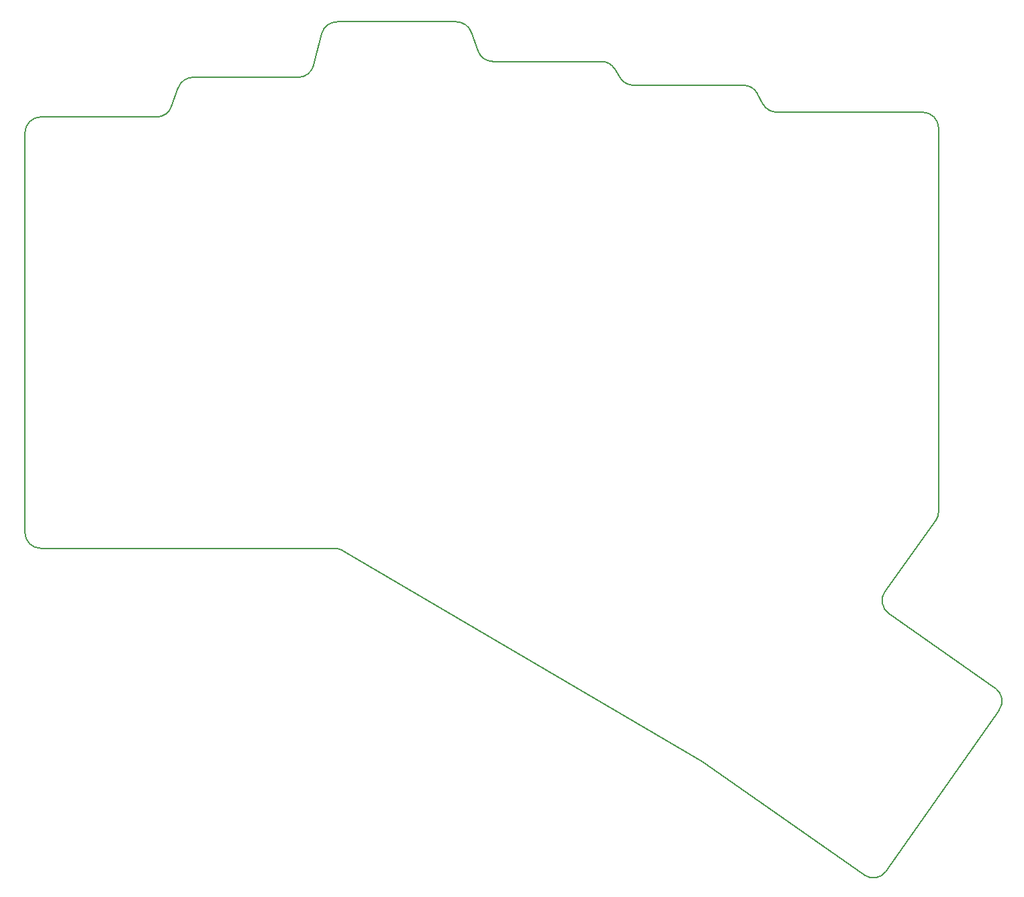
<source format=gbr>
%TF.GenerationSoftware,KiCad,Pcbnew,9.0.0*%
%TF.CreationDate,2025-03-13T17:07:21-04:00*%
%TF.ProjectId,Tenebra,54656e65-6272-4612-9e6b-696361645f70,v1.0.0*%
%TF.SameCoordinates,Original*%
%TF.FileFunction,Profile,NP*%
%FSLAX46Y46*%
G04 Gerber Fmt 4.6, Leading zero omitted, Abs format (unit mm)*
G04 Created by KiCad (PCBNEW 9.0.0) date 2025-03-13 17:07:21*
%MOMM*%
%LPD*%
G01*
G04 APERTURE LIST*
%TA.AperFunction,Profile*%
%ADD10C,0.150000*%
%TD*%
G04 APERTURE END LIST*
D10*
X163582605Y-49771008D02*
X164217395Y-50828992D01*
X195021435Y-151397069D02*
X174444577Y-136988997D01*
X197806892Y-150905917D02*
G75*
G02*
X195021440Y-151397062I-1638292J1147117D01*
G01*
X89200000Y-108200000D02*
X89200000Y-57800000D01*
X212031587Y-130590947D02*
X197806892Y-150905917D01*
X198125543Y-118412281D02*
X211540436Y-127805490D01*
X148205653Y-48800000D02*
G75*
G02*
X146323920Y-47477424I47J2000000D01*
G01*
X204400000Y-57200000D02*
X204400000Y-105556569D01*
X198125543Y-118412280D02*
G75*
G02*
X197647897Y-115607833I1147157J1638280D01*
G01*
X143594347Y-43800000D02*
G75*
G02*
X145476080Y-45122576I-47J-2000000D01*
G01*
X89200000Y-57800000D02*
G75*
G02*
X91200000Y-55800000I2000000J0D01*
G01*
X110405653Y-50800000D02*
X123649222Y-50800000D01*
X181563413Y-52864225D02*
X182236587Y-54135775D01*
X165932381Y-51800000D02*
X179795837Y-51800000D01*
X148205653Y-48800000D02*
X161867619Y-48800000D01*
X145476122Y-45122561D02*
X146323878Y-47477439D01*
X126613792Y-45301918D02*
G75*
G02*
X128550778Y-43799979I1937008J-498082D01*
G01*
X165932381Y-51800000D02*
G75*
G02*
X164217409Y-50828983I19J2000000D01*
G01*
X184004163Y-55200000D02*
X202400000Y-55200000D01*
X174309548Y-136902308D02*
X129268701Y-110475006D01*
X161867619Y-48800000D02*
G75*
G02*
X163582591Y-49771017I-19J-2000000D01*
G01*
X174309548Y-136902307D02*
G75*
G02*
X174444577Y-136988997I-1012048J-1724893D01*
G01*
X202400000Y-55200000D02*
G75*
G02*
X204400000Y-57200000I0J-2000000D01*
G01*
X91200000Y-110200000D02*
G75*
G02*
X89200000Y-108200000I0J2000000D01*
G01*
X204024827Y-106722732D02*
X197647869Y-115607813D01*
X128256577Y-110200000D02*
G75*
G02*
X129268707Y-110474996I23J-2000000D01*
G01*
X204400000Y-105556569D02*
G75*
G02*
X204024842Y-106722743I-2000000J-31D01*
G01*
X91200000Y-55800000D02*
X105794347Y-55800000D01*
X125586207Y-49298082D02*
X126613793Y-45301918D01*
X179795837Y-51800000D02*
G75*
G02*
X181563384Y-52864240I-37J-2000000D01*
G01*
X91200000Y-110200000D02*
X128256577Y-110200000D01*
X128550778Y-43800000D02*
X143594347Y-43800000D01*
X211540436Y-127805490D02*
G75*
G02*
X212031597Y-130590954I-1147136J-1638310D01*
G01*
X125586208Y-49298082D02*
G75*
G02*
X123649222Y-50800021I-1937008J498082D01*
G01*
X107676122Y-54477439D02*
G75*
G02*
X105794347Y-55800044I-1881822J677439D01*
G01*
X107676122Y-54477439D02*
X108523878Y-52122561D01*
X108523878Y-52122561D02*
G75*
G02*
X110405653Y-50799956I1881822J-677439D01*
G01*
X184004163Y-55200000D02*
G75*
G02*
X182236616Y-54135760I37J2000000D01*
G01*
M02*

</source>
